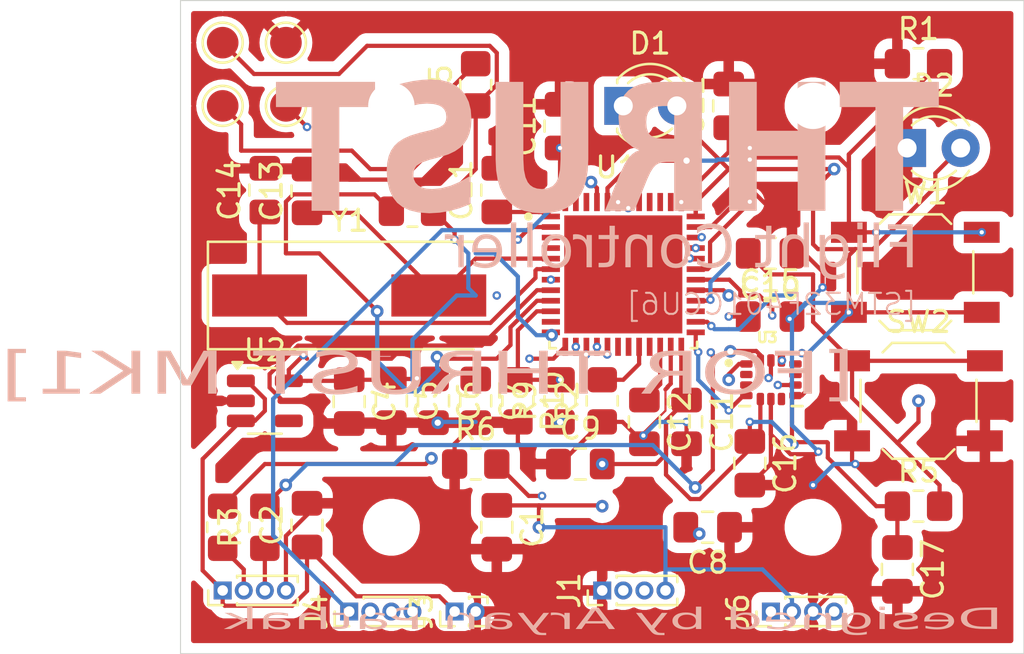
<source format=kicad_pcb>
(kicad_pcb (version 20240108) (generator "pcbnew") (generator_version "8.0")
  (layers (0 "F.Cu" signal) (1 "In1.Cu" signal) (2 "In2.Cu" signal) (31 "B.Cu" signal) (34 "B.Paste" user) (35 "F.Paste" user) (36 "B.SilkS" user "B.Silkscreen") (37 "F.SilkS" user "F.Silkscreen") (38 "B.Mask" user) (39 "F.Mask" user) (44 "Edge.Cuts" user))
  (net 0 "")
  (net 1 "GND")
  (net 2 "+5V")
  (net 3 "VREF+")
  (net 4 "NRST")
  (net 5 "VDD")
  (net 6 "VCAP1")
  (net 7 "Net-(U1-PH0-OSC_IN)")
  (net 8 "Net-(U1-PH1-OSC_OUT)")
  (net 9 "ADC")
  (net 10 "PC13")
  (net 11 "M4")
  (net 12 "SCL")
  (net 13 "BOOT0")
  (net 14 "PB2")
  (net 15 "D+")
  (net 16 "PA12")
  (net 17 "PA11")
  (net 18 "D-")
  (net 19 "Net-(U3-INT2{slash}FSYNC{slash}CLKIN)")
  (net 21 "PA2")
  (net 22 "PB13")
  (net 23 "PB15")
  (net 24 "PB14")
  (net 25 "PA1")
  (net 26 "SWCLK")
  (net 27 "SWDIO")
  (net 28 "M3")
  (net 29 "M2")
  (net 30 "M1")
  (net 31 "SDA")
  (net 35 "PA5")
  (net 36 "PA6")
  (net 37 "PA4")
  (net 40 "PA7")
  (net 42 "PA3")
  (net 48 "unconnected-(U1-PB12-Pad25)")
  (net 54 "SET")
  (footprint "Crystal:Crystal_SMD_HC49-SD" (layer "F.Cu") (at 106 95)
    (property "Reference" "Y1")
    (property "Value" "Crystal")
  )
  (footprint "Capacitor_SMD:C_0805_2012Metric_Pad1.18x1.45mm_HandSolder" (layer "F.Cu") (at 123 106 180)
    (property "Reference" "C8")
    (property "Value" "0.1 µF")
  )
  (footprint "Resistor_SMD:R_0805_2012Metric_Pad1.20x1.40mm_HandSolder" (layer "F.Cu") (at 118 100 90)
    (property "Reference" "R2")
    (property "Value" "10k")
  )
  (footprint "Capacitor_SMD:C_0805_2012Metric_Pad1.18x1.45mm_HandSolder" (layer "F.Cu") (at 122 101 -90)
    (property "Reference" "C11")
    (property "Value" "0.1 µF")
  )
  (footprint "Resistor_SMD:R_0805_2012Metric_Pad1.20x1.40mm_HandSolder" (layer "F.Cu") (at 133 105)
    (property "Reference" "R5")
    (property "Value" "10k")
  )
  (footprint "LED_THT:LED_D3.0mm" (layer "F.Cu") (at 119 86)
    (property "Reference" "D1")
    (property "Value" "LED")
  )
  (footprint "MountingHole:MountingHole_2.2mm_M2" (layer "F.Cu") (at 128 86)
    (property "Reference" "REF**" (hide yes))
    (property "Value" "MountingHole_2.2mm_M2" (hide yes))
  )
  (footprint "Capacitor_SMD:C_0805_2012Metric_Pad1.18x1.45mm_HandSolder" (layer "F.Cu") (at 104 90.0375 90)
    (property "Reference" "C13")
    (property "Value" "18pF")
  )
  (footprint "TestPoint:TestPoint_Pad_D1.5mm" (layer "F.Cu") (at 100 86)
    (property "Reference" "REF**" (hide yes))
    (property "Value" "TestPoint_Pad_D1.5mm" (hide yes))
  )
  (footprint "Capacitor_SMD:C_0805_2012Metric_Pad1.18x1.45mm_HandSolder" (layer "F.Cu") (at 125.9625 93 180)
    (property "Reference" "C10")
    (property "Value" "0.1 µF")
  )
  (footprint "TestPoint:TestPoint_Pad_D1.5mm" (layer "F.Cu") (at 100 83)
    (property "Reference" "REF**" (hide yes))
    (property "Value" "TestPoint_Pad_D1.5mm" (hide yes))
  )
  (footprint "Capacitor_SMD:C_0805_2012Metric_Pad1.18x1.45mm_HandSolder" (layer "F.Cu") (at 108 100 -90)
    (property "Reference" "C5")
    (property "Value" "1 µF")
  )
  (footprint "Resistor_SMD:R_0805_2012Metric_Pad1.20x1.40mm_HandSolder" (layer "F.Cu") (at 133 84)
    (property "Reference" "R1")
    (property "Value" "10k")
  )
  (footprint "Connector_PinHeader_1.00mm:PinHeader_1x04_P1.00mm_Vertical" (layer "F.Cu") (at 118 109 90)
    (property "Reference" "J1")
    (property "Value" "Conn_01x04_Pin" (hide yes))
  )
  (footprint "stabs:QFN50P700X700X60-49N" (layer "F.Cu") (at 119 94)
    (property "Reference" "U1")
    (property "Value" "STM32F401CCU6")
  )
  (footprint "MountingHole:MountingHole_2.2mm_M2" (layer "F.Cu") (at 108 86)
    (property "Reference" "REF**" (hide yes))
    (property "Value" "MountingHole_2.2mm_M2" (hide yes))
  )
  (footprint "Button_Switch_SMD:SW_SPST_TL3342" (layer "F.Cu") (at 132.85 93.9)
    (property "Reference" "SW1")
    (property "Value" "SW_Push")
  )
  (footprint "Resistor_SMD:R_0805_2012Metric_Pad1.20x1.40mm_HandSolder" (layer "F.Cu") (at 114 100 -90)
    (property "Reference" "R10")
    (property "Value" "10k")
  )
  (footprint "TestPoint:TestPoint_Pad_D1.5mm" (layer "F.Cu") (at 103 86)
    (property "Reference" "REF**" (hide yes))
    (property "Value" "TestPoint_Pad_D1.5mm" (hide yes))
  )
  (footprint "Connector_PinHeader_1.00mm:PinHeader_1x04_P1.00mm_Vertical" (layer "F.Cu") (at 106 110 90)
    (property "Reference" "J4")
    (property "Value" "ESC" (hide yes))
  )
  (footprint "stabs:PQFN50P300X250X97-14N" (layer "F.Cu") (at 126 99)
    (property "Reference" "U3")
    (property "Value" "ICM-42688-P" (hide yes))
  )
  (footprint "Button_Switch_SMD:SW_SPST_TL3342" (layer "F.Cu") (at 133 100)
    (property "Reference" "SW2")
    (property "Value" "SW_Push" (hide yes))
  )
  (footprint "Capacitor_SMD:C_0805_2012Metric_Pad1.18x1.45mm_HandSolder" (layer "F.Cu") (at 113 106 -90)
    (property "Reference" "C1")
    (property "Value" "10 µF")
  )
  (footprint "MountingHole:MountingHole_2.2mm_M2" (layer "F.Cu") (at 128 106)
    (property "Reference" "REF**" (hide yes))
    (property "Value" "MountingHole_2.2mm_M2" (hide yes))
  )
  (footprint "Connector_PinHeader_1.00mm:PinHeader_1x04_P1.00mm_Vertical" (layer "F.Cu") (at 126 110 90)
    (property "Reference" "J6")
    (property "Value" "Conn_01x04_Pin" (hide yes))
  )
  (footprint "Resistor_SMD:R_0805_2012Metric_Pad1.20x1.40mm_HandSolder" (layer "F.Cu") (at 116 100 90)
    (property "Reference" "R9")
    (property "Value" "10k")
  )
  (footprint "Resistor_SMD:R_0805_2012Metric_Pad1.20x1.40mm_HandSolder" (layer "F.Cu") (at 100 106 90)
    (property "Reference" "R4" (hide yes))
    (property "Value" "22")
  )
  (footprint "Capacitor_SMD:C_0805_2012Metric_Pad1.18x1.45mm_HandSolder" (layer "F.Cu") (at 132 108 -90)
    (property "Reference" "C17")
    (property "Value" "1 µF")
  )
  (footprint "Resistor_SMD:R_0805_2012Metric_Pad1.20x1.40mm_HandSolder" (layer "F.Cu") (at 109 91)
    (property "Reference" "L1" (hide yes))
    (property "Value" "L")
  )
  (footprint "Capacitor_SMD:C_0805_2012Metric_Pad1.18x1.45mm_HandSolder" (layer "F.Cu") (at 120 101 -90)
    (property "Reference" "C12")
    (property "Value" "2.2µF")
  )
  (footprint "Resistor_SMD:R_0805_2012Metric_Pad1.20x1.40mm_HandSolder" (layer "F.Cu") (at 112 85 90)
    (property "Reference" "R5")
    (property "Value" "10k")
  )
  (footprint "Resistor_SMD:R_0805_2012Metric_Pad1.20x1.40mm_HandSolder" (layer "F.Cu") (at 112 103)
    (property "Reference" "R6")
    (property "Value" "10k")
  )
  (footprint "Capacitor_SMD:C_0805_2012Metric_Pad1.18x1.45mm_HandSolder" (layer "F.Cu") (at 124 86 90)
    (property "Reference" "C11")
    (property "Value" "0.1 µF")
  )
  (footprint "Capacitor_SMD:C_0805_2012Metric_Pad1.18x1.45mm_HandSolder" (layer "F.Cu") (at 110 100 -90)
    (property "Reference" "C6")
    (property "Value" "10 µF")
  )
  (footprint "Capacitor_SMD:C_0805_2012Metric_Pad1.18x1.45mm_HandSolder" (layer "F.Cu") (at 116 86.9625 90)
    (property "Reference" "C11")
    (property "Value" "0.1 µF")
  )
  (footprint "Connector_PinHeader_1.00mm:PinHeader_1x02_P1.00mm_Vertical" (layer "F.Cu") (at 111 110 90)
    (property "Reference" "J3")
    (property "Value" "Conn_01x02_Pin" (hide yes))
  )
  (footprint "Capacitor_SMD:C_0805_2012Metric_Pad1.18x1.45mm_HandSolder" (layer "F.Cu") (at 113 90 90)
    (property "Reference" "C11")
    (property "Value" "0.1 µF")
  )
  (footprint "TestPoint:TestPoint_Pad_D1.5mm" (layer "F.Cu") (at 103 83)
    (property "Reference" "REF**" (hide yes))
    (property "Value" "TestPoint_Pad_D1.5mm" (hide yes))
  )
  (footprint "MountingHole:MountingHole_2.2mm_M2" (layer "F.Cu") (at 108 106)
    (property "Reference" "REF**" (hide yes))
    (property "Value" "MountingHole_2.2mm_M2" (hide yes))
  )
  (footprint "Package_TO_SOT_SMD:SOT-23-5" (layer "F.Cu") (at 102 100)
    (property "Reference" "U2")
    (property "Value" "AP2112K-3.3")
  )
  (footprint "Resistor_SMD:R_0805_2012Metric_Pad1.20x1.40mm_HandSolder" (layer "F.Cu") (at 102 106 90)
    (property "Reference" "R3")
    (property "Value" "22")
  )
  (footprint "Capacitor_SMD:C_0805_2012Metric_Pad1.18x1.45mm_HandSolder" (layer "F.Cu") (at 102 90 90)
    (property "Reference" "C14")
    (property "Value" "18pF")
  )
  (footprint "Capacitor_SMD:C_0805_2012Metric_Pad1.18x1.45mm_HandSolder" (layer "F.Cu") (at 106 100.0375 -90)
    (property "Reference" "C4")
    (property "Value" "0.1 µF")
  )
  (footprint "Capacitor_SMD:C_0805_2012Metric_Pad1.18x1.45mm_HandSolder" (layer "F.Cu") (at 116.9625 103)
    (property "Reference" "C9")
    (property "Value" "0.1 µF")
  )
  (footprint "LED_THT:LED_D3.0mm" (layer "F.Cu") (at 132.46 88)
    (property "Reference" "D2")
    (property "Value" "LED")
  )
  (footprint "Capacitor_SMD:C_0805_2012Metric_Pad1.18x1.45mm_HandSolder" (layer "F.Cu") (at 125 102.9625 -90)
    (property "Reference" "C16")
    (property "Value" "0.1 µF")
  )
  (footprint "Capacitor_SMD:C_0805_2012Metric_Pad1.18x1.45mm_HandSolder" (layer "F.Cu") (at 125.9625 96)
    (property "Reference" "C15")
    (property "Value" "0.1 µF")
  )
  (footprint "Capacitor_SMD:C_0805_2012Metric_Pad1.18x1.45mm_HandSolder" (layer "F.Cu") (at 112 100 -90)
    (property "Reference" "C7")
    (property "Value" "1 µF")
  )
  (footprint "Capacitor_SMD:C_0805_2012Metric_Pad1.18x1.45mm_HandSolder" (layer "F.Cu") (at 104 105.9 90)
    (property "Reference" "C2")
    (property "Value" "10uF")
  )
  (footprint "Connector_PinHeader_1.00mm:PinHeader_1x04_P1.00mm_Vertical" (layer "F.Cu") (at 100 109 90)
    (property "Reference" "J2" (hide yes))
    (property "Value" "Conn_01x04_Pin" (hide yes))
  )
  (gr_rect (start 98 81) (end 138 112) (stroke (width 0.05)) (fill none) (layer "Edge.Cuts"))
  (gr_text "[FOR THRUST MK1]" (at 130 100 0) (layer "B.SilkS") (effects (font (size 2 3) (thickness 0.1)) (justify left bottom mirror)))
  (gr_text "Designed by Aryan Pathak" (at 137 111 0) (layer "B.SilkS") (effects (font (size 1 2) (thickness 0.1)) (justify left bottom mirror)))
  (gr_text "Flight Controller" (at 133 94 0) (layer "B.SilkS") (effects (font (size 2 2) (thickness 0.1)) (justify left bottom mirror)))
  (gr_text "[STM32F401CCU6]" (at 133 96 0) (layer "B.SilkS") (effects (font (size 1 1) (thickness 0.1)) (justify left bottom mirror)))
  (gr_text "THRUST" (at 134 92 0) (layer "B.SilkS") (effects (font (size 6 5) (thickness 0.2) (bold yes)) (justify left bottom mirror)))
  (segment (start 106 89.5) (end 109.5 89.5) (width 0.2) (layer "F.Cu") (net 1))
  (segment (start 129.85 102.85) (end 130 103) (width 0.2) (layer "F.Cu") (net 1))
  (segment (start 121 99.457475) (end 121 100.467526) (width 0.1) (layer "F.Cu") (net 1))
  (segment (start 107 98) (end 106.381801 97.381801) (width 0.2) (layer "F.Cu") (net 1))
  (segment (start 121.25 97.435) (end 121.25 99.185966) (width 0.2) (layer "F.Cu") (net 1))
  (segment (start 117 89.305128) (end 117 86.925) (width 0.2) (layer "F.Cu") (net 1))
  (segment (start 108.625 97.375) (end 108 98) (width 0.2) (layer "F.Cu") (net 1))
  (segment (start 124.813603 90.100001) (end 125.186397 90.100001) (width 0.2) (layer "F.Cu") (net 1))
  (segment (start 127 93) (end 127.5875 93) (width 0.2) (layer "F.Cu") (net 1))
  (segment (start 121 100.467526) (end 120 101.467526) (width 0.1) (layer "F.Cu") (net 1))
  (segment (start 111 103) (end 111 102.0375) (width 0.2) (layer "F.Cu") (net 1))
  (segment (start 127.5875 93) (end 128.45 93.8625) (width 0.2) (layer "F.Cu") (net 1))
  (segment (start 125.186397 90.100001) (end 127 91.913604) (width 0.2) (layer "F.Cu") (net 1))
  (segment (start 102.225 98.730158) (end 102.225 99.369842) (width 0.2) (layer "F.Cu") (net 1))
  (segment (start 116.75 89.555128) (end 117 89.305128) (width 0.2) (layer "F.Cu") (net 1))
  (segment (start 123.9625 106) (end 123.9625 106.3625) (width 0.2) (layer "F.Cu") (net 1))
  (segment (start 121.25 99.185966) (end 121.1 99.335966) (width 0.2) (layer "F.Cu") (net 1))
  (segment (start 104 105.410966) (end 104 104.8625) (width 0.2) (layer "F.Cu") (net 1))
  (segment (start 106 101.075) (end 111.9625 101.075) (width 0.2) (layer "F.Cu") (net 1))
  (segment (start 102.225 99.369842) (end 102.855158 100) (width 0.2) (layer "F.Cu") (net 1))
  (segment (start 120 102.0375) (end 118.9625 101) (width 0.2) (layer "F.Cu") (net 1))
  (segment (start 115.565 94.75) (end 114.91005 94.75) (width 0.2) (layer "F.Cu") (net 1))
  (segment (start 114 102) (end 115 103) (width 0.2) (layer "F.Cu") (net 1))
  (segment (start 122 102.0375) (end 122 101) (width 0.2) (layer "F.Cu") (net 1))
  (segment (start 116 103) (end 115.925 103) (width 0.2) (layer "F.Cu") (net 1))
  (segment (start 123.9625 106.3625) (end 124 106.4) (width 0.2) (layer "F.Cu") (net 1))
  (segment (start 123.163604 91.75) (end 124.813603 90.100001) (width 0.2) (layer "F.Cu") (net 1))
  (segment (start 105.075 101.075) (end 106 101.075) (width 0.2) (layer "F.Cu") (net 1))
  (segment (start 117 86.925) (end 116 85.925) (width 0.2) (layer "F.Cu") (net 1))
  (segment (start 126 99.915) (end 126 101.598897) (width 0.2) (layer "F.Cu") (net 1))
  (segment (start 106.381801 97.381801) (end 103.573357 97.381801) (width 0.2) (layer "F.Cu") (net 1))
  (segment (start 128.45 93.8625) (end 128.45 94.616115) (width 0.2) (layer "F.Cu") (net 1))
  (segment (start 121.1 99.335966) (end 121.1 99.357475) (width 0.2) (layer "F.Cu") (net 1))
  (segment (start 118 101) (end 116 103) (width 0.2) (layer "F.Cu") (net 1))
  (segment (start 128.9625 109.0375) (end 132 109.0375) (width 0.2) (layer "F.Cu") (net 1))
  (segment (start 122.435 91.75) (end 123.163604 91.75) (width 0.2) (layer "F.Cu") (net 1))
  (segment (start 103 106.410966) (end 104 105.410966) (width 0.2) (layer "F.Cu") (net 1))
  (segment (start 120 101.467526) (end 120 102.0375) (width 0.1) (layer "F.Cu") (net 1))
  (segment (start 111.9625 101.075) (end 112 101.0375) (width 0.2) (layer "F.Cu") (net 1))
  (segment (start 102.855158 100) (end 104 100) (width 0.2) (layer "F.Cu") (net 1))
  (segment (start 116.75 90.565) (end 116.635 90.45) (width 0.2) (layer "F.Cu") (net 1))
  (segment (start 103 109) (end 103 106.410966) (width 0.2) (layer "F.Cu") (net 1))
  (segment (start 128.130208 102.532292) (end 128.25 102.4125) (width 0.2) (layer "F.Cu") (net 1))
  (segment (start 128 104) (end 127 104) (width 0.2) (layer "F.Cu") (net 1))
  (segment (start 126 101.598897) (end 126.933395 102.532292) (width 0.2) (layer "F.Cu") (net 1))
  (segment (start 121.1 99.357475) (end 121 99.457475) (width 0.2) (layer "F.Cu") (net 1))
  (segment (start 127 91.913604) (end 127 93) (width 0.2) (layer "F.Cu") (net 1))
  (segment (start 114 101) (end 114 102) (width 0.2) (layer "F.Cu") (net 1))
  (segment (start 111 102.0375) (end 112 101.0375) (width 0.2) (layer "F.Cu") (net 1))
  (segment (start 118.9625 101) (end 118 101) (width 0.2) (layer "F.Cu") (net 1))
  (segment (start 116.75 90.565) (end 116.75 89.555128) (width 0.2) (layer "F.Cu") (net 1))
  (segment (start 126 103) (end 125 104) (width 0.2) (layer "F.Cu") (net 1))
  (segment (start 126 99.915) (end 126 103) (width 0.2) (layer "F.Cu") (net 1))
  (segment (start 112.28505 97.375) (end 108.625 97.375) (width 0.2) (layer "F.Cu") (net 1))
  (segment (start 116.75 90.565) (end 116.75 90.75) (width 0.2) (layer "F.Cu") (net 1))
  (segment (start 103.573357 97.381801) (end 102.225 98.730158) (width 0.2) (layer "F.Cu") (net 1))
  (segment (start 128 110) (end 128.9625 109.0375) (width 0.2) (layer "F.Cu") (net 1))
  (segment (start 114.91005 94.75) (end 112.28505 97.375) (width 0.2) (layer "F.Cu") (net 1))
  (segment (start 104 100) (end 105.075 101.075) (width 0.2) (layer "F.Cu") (net 1))
  (segment (start 129.85 101.9) (end 129.85 102.85) (width 0.2) (layer "F.Cu") (net 1))
  (segment (start 108 98) (end 107 98) (width 0.2) (layer "F.Cu") (net 1))
  (segment (start 126.933395 102.532292) (end 128.130208 102.532292) (width 0.2) (layer "F.Cu") (net 1))
  (segment (start 115 103) (end 115.925 103) (width 0.2) (layer "F.Cu") (net 1))
  (via (at 128.45 94.616115) (size 0.4) (drill 0.2) (layers "F.Cu" "B.Cu") (net 1))
  (via (at 119.952713 101.650001) (size 0.4) (drill 0.2) (layers "F.Cu" "B.Cu") (net 1))
  (via (at 110.2 101.0375) (size 0.6) (drill 0.3) (layers "F.Cu" "B.Cu") (net 1))
  (via (at 130 103) (size 0.4) (drill 0.2) (layers "F.Cu" "B.Cu") (net 1))
  (via (at 122 101) (size 0.4) (drill 0.2) (layers "F.Cu" "B.Cu") (net 1))
  (via (at 128 104) (size 0.4) (drill 0.2) (layers "F.Cu" "B.Cu") (net 1))
  (via (at 126.888909 96.111092) (size 0.4) (drill 0.2) (layers "F.Cu" "B.Cu") (net 1))
  (via (at 128.25 102.4125) (size 0.4) (drill 0.2) (layers "F.Cu" "B.Cu") (net 1))
  (segment (start 127 101.1625) (end 127 96.222183) (width 0.2) (layer "B.Cu") (net 1))
  (segment (start 127 96.222183) (end 126.888909 96.111092) (width 0.2) (layer "B.Cu") (net 1))
  (segment (start 122 101) (end 120.602714 101) (width 0.2) (layer "B.Cu") (net 1))
  (segment (start 128.25 102.4125) (end 127 101.1625) (width 0.2) (layer "B.Cu") (net 1))
  (segment (start 128.45 94.616115) (end 126.955023 96.111092) (width 0.2) (layer "B.Cu") (net 1))
  (segment (start 126.955023 96.111092) (end 126.888909 96.111092) (width 0.2) (layer "B.Cu") (net 1))
  (segment (start 126.888909 96.111092) (end 127.650001 95.35) (width 0.2) (layer "B.Cu") (net 1))
  (segment (start 129 103) (end 128 104) (width 0.2) (layer "B.Cu") (net 1))
  (segment (start 120.602714 101) (end 119.952713 101.650001) (width 0.2) (layer "B.Cu") (net 1))
  (segment (start 110.237499 101.000001) (end 110.2 101.0375) (width 0.2) (layer "B.Cu") (net 1))
  (segment (start 112 101.000001) (end 110.237499 101.000001) (width 0.2) (layer "B.Cu") (net 1))
  (segment (start 130 103) (end 129 103) (width 0.2) (layer "B.Cu") (net 1))
  (segment (start 127.650001 95.35) (end 129.749998 95.35) (width 0.2) (layer "B.Cu") (net 1))
  (segment (start 101.524999 100.95) (end 100.8625 100.95) (width 0.2) (layer "F.Cu") (net 2))
  (segment (start 103.300305 109.725) (end 100.1 109.725) (width 0.2) (layer "F.Cu") (net 2))
  (segment (start 102 100.474999) (end 101.524999 100.95) (width 0.2) (layer "F.Cu") (net 2))
  (segment (start 104 106.9375) (end 104 109.025305) (width 0.2) (layer "F.Cu") (net 2))
  (segment (start 99.05 102.7625) (end 99.05 108.05) (width 0.2) (layer "F.Cu") (net 2))
  (segment (start 104 109.025305) (end 103.300305 109.725) (width 0.2) (layer "F.Cu") (net 2))
  (segment (start 100.1 109.725) (end 100 109.625) (width 0.2) (layer "F.Cu") (net 2))
  (segment (start 100.8625 99.05) (end 101.144842 99.05) (width 0.2) (layer "F.Cu") (net 2))
  (segment (start 100.8625 100.95) (end 99.05 102.7625) (width 0.2) (layer "F.Cu") (net 2))
  (segment (start 110.275 109.275) (end 111 110) (width 0.2) (layer "F.Cu") (net 2))
  (segment (start 101.144842 99.05) (end 102 99.905158) (width 0.2) (layer "F.Cu") (net 2))
  (segment (start 99.05 108.05) (end 100 109) (width 0.2) (layer "F.Cu") (net 2))
  (segment (start 102 99.905158) (end 102 100.474999) (width 0.2) (layer "F.Cu") (net 2))
  (segment (start 122.6 106.307108) (end 122.269608 106.307108) (width 0.2) (layer "F.Cu") (net 2))
  (segment (start 104 106.9375) (end 106.3375 109.275) (width 0.2) (layer "F.Cu") (net 2))
  (segment (start 122.269608 106.307108) (end 121.9625 106) (width 0.2) (layer "F.Cu") (net 2))
  (segment (start 106.3375 109.275) (end 110.275 109.275) (width 0.2) (layer "F.Cu") (net 2))
  (segment (start 100 109.625) (end 100 109) (width 0.2) (layer "F.Cu") (net 2))
  (via (at 122.6 106.307108) (size 0.6) (drill 0.3) (layers "F.Cu" "B.Cu") (net 2))
  (via (at 116 101) (size 0.6) (drill 0.3) (layers "F.Cu" "B.Cu") (net 2))
  (segment (start 104.577816 93) (end 107.327817 95.750001) (width 0.2) (layer "F.Cu") (net 3))
  (segment (start 114.905025 95.25) (end 115.565 95.25) (width 0.2) (layer "F.Cu") (net 3))
  (segment (start 113.65 97.35) (end 113.65 96.505025) (width 0.2) (layer "F.Cu") (net 3))
  (segment (start 113 98) (end 113.65 97.35) (width 0.2) (layer "F.Cu") (net 3))
  (segment (start 112 98.9625) (end 112 98) (width 0.2) (layer "F.Cu") (net 3))
  (segment (start 112 98) (end 110.24387 98) (width 0.2) (layer "F.Cu") (net 3))
  (segment (start 107.2 90.2) (end 103.348466 90.2) (width 0.2) (layer "F.Cu") (net 3))
  (segment (start 103 93) (end 104.577816 93) (width 0.2) (layer "F.Cu") (net 3))
  (segment (start 103.348466 90.2) (end 103 90.548466) (width 0.2) (layer "F.Cu") (net 3))
  (segment (start 112 98) (end 113 98) (width 0.2) (layer "F.Cu") (net 3))
  (segment (start 113.65 96.505025) (end 114.905025 95.25) (width 0.2) (layer "F.Cu") (net 3))
  (segment (start 110.24387 98) (end 110.16887 97.925) (width 0.2) (layer "F.Cu") (net 3))
  (segment (start 108 91) (end 107.2 90.2) (width 0.2) (layer "F.Cu") (net 3))
  (segment (start 103 90.548466) (end 103 93) (width 0.2) (layer "F.Cu") (net 3))
  (via (at 107.327817 95.750001) (size 0.6) (drill 0.3) (layers "F.Cu" "B.Cu") (net 3))
  (via (at 110.16887 97.925) (size 0.6) (drill 0.3) (layers "F.Cu" "B.Cu") (net 3))
  (segment (start 108.772182 99.55) (end 109.227818 99.55) (width 0.2) (layer "B.Cu") (net 3))
  (segment (start 109.227818 99.55) (end 110.249999 98.527819) (width 0.2) (layer "B.Cu") (net 3))
  (segment (start 110.16887 98.44669) (end 110.249999 98.527819) (width 0.2) (layer "B.Cu") (net 3))
  (segment (start 107.327817 98.105635) (end 108.772182 99.55) (width 0.2) (layer "B.Cu") (net 3))
  (segment (start 110.16887 97.925) (end 110.16887 98.44669) (width 0.2) (layer "B.Cu") (net 3))
  (segment (start 107.327817 95.750001) (end 107.327817 98.105635) (width 0.2) (layer "B.Cu") (net 3))
  (segment (start 132 102) (end 129.85 99.85) (width 0.2) (layer "F.Cu") (net 4))
  (segment (start 132 102) (end 133 101) (width 0.2) (layer "F.Cu") (net 4))
  (segment (start 128 94) (end 128 96.25) (width 0.2) (layer "F.Cu") (net 4))
  (segment (start 134 104) (end 132 102) (width 0.2) (layer "F.Cu") (net 4))
  (segment (start 124.925 93) (end 125.925 94) (width 0.2) (layer "F.Cu") (net 4))
  (segment (start 128 96.25) (end 129.85 98.1) (width 0.2) (layer "F.Cu") (net 4))
  (segment (start 125.925 94) (end 128 94) (width 0.2) (layer "F.Cu") (net 4))
  (segment (start 134 105) (end 134 104) (width 0.2) (layer "F.Cu") (net 4))
  (segment (start 129.85 99.85) (end 129.85 98.1) (width 0.2) (layer "F.Cu") (net 4))
  (segment (start 136.15 98.1) (end 129.85 98.1) (width 0.2) (layer "F.Cu") (net 4))
  (segment (start 133 101) (end 133 100) (width 0.2) (layer "F.Cu") (net 4))
  (via (at 133 100) (size 0.6) (drill 0.3) (layers "F.Cu" "B.Cu") (net 4))
  (via (at 115.565 94.25) (size 0.4) (drill 0.2) (layers "F.Cu" "B.Cu") (net 4))
  (segment (start 104 99.05) (end 105.95 99.05) (width 0.2) (layer "F.Cu") (net 5))
  (segment (start 129.000002 89) (end 128 90.000002) (width 0.2) (layer "F.Cu") (net 5))
  (segment (start 115 106) (end 115 104.9625) (width 0.2) (layer "F.Cu") (net 5))
  (segment (start 124.0375 87.0375) (end 125 88) (width 0.2) (layer "F.Cu") (net 5))
  (segment (start 130 92.8) (end 130.85 92.8) (width 0.2) (layer "F.Cu") (net 5))
  (segment (start 122.54 87) (end 121.54 86) (width 0.2) (layer "F.Cu") (net 5))
  (segment (start 128.7 102.7) (end 128.7 102) (width 0.2) (layer "F.Cu") (net 5))
  (segment (start 105.514034 84.485966) (end 106.85 83.15) (width 0.2) (layer "F.Cu") (net 5))
  (segment (start 133.8 89.85) (end 133.8 89.2) (width 0.2) (layer "F.Cu") (net 5))
  (segment (start 128.6625 101.9625) (end 127 101.9625) (width 0.2) (layer "F.Cu") (net 5))
  (segment (start 125 101.9625) (end 125.5 101.4625) (width 0.2) (layer "F.Cu") (net 5))
  (segment (start 116 90.0375) (end 116 90) (width 0.2) (layer "F.Cu") (net 5))
  (segment (start 110 98.9625) (end 109.245344 98.9625) (width 0.2) (layer "F.Cu") (net 5))
  (segment (start 103.1375 99.05) (end 104 99.05) (width 0.2) (layer "F.Cu") (net 5))
  (segment (start 127.165 99.75) (end 127.459999 99.75) (width 0.2) (layer "F.Cu") (net 5))
  (segment (start 130.85 92.8) (end 133.8 89.85) (width 0.2) (layer "F.Cu") (net 5))
  (segment (start 113 104.9625) (end 115 104.9625) (width 0.2) (layer "F.Cu") (net 5))
  (segment (start 127.710001 99.499998) (end 127.710001 97.973487) (width 0.2) (layer "F.Cu") (net 5))
  (segment (start 129.7 93.1) (end 130 92.8) (width 0.2) (layer "F.Cu") (net 5))
  (segment (start 122.637562 104.6625) (end 125 102.300062) (width 0.2) (layer "F.Cu") (net 5))
  (segment (start 122.54 87.54) (end 122.54 87) (width 0.2) (layer "F.Cu") (net 5))
  (segment (start 115 91.0375) (end 116 90.0375) (width 0.2) (layer "F.Cu") (net 5))
  (segment (start 112 86) (end 112 89) (width 0.2) (layer "F.Cu") (net 5))
  (segment (start 132 105) (end 131 105) (width 0.2) (layer "F.Cu") (net 5))
  (segment (start 131 105) (end 128.7 102.7) (width 0.2) (layer "F.Cu") (net 5))
  (segment (start 121.025 102.539034) (end 120.564034 103) (width 0.2) (layer "F.Cu") (net 5))
  (segment (start 122 99.9625) (end 121.025 100.9375) (width 0.2) (layer "F.Cu") (net 5))
  (segment (start 103.1375 98.526102) (end 103.831801 97.831801) (width 0.2) (layer "F.Cu") (net 5))
  (segment (start 108 98.9625) (end 109.17892 98.9625) (width 0.2) (layer "F.Cu") (net 5))
  (segment (start 115 91.0375) (end 115.3525 91.0375) (width 0.2) (layer "F.Cu") (net 5))
  (segment (start 109.17892 98.9625) (end 109.212132 98.929288) (width 0.2) (layer "F.Cu") (net 5))
  (segment (start 109.245344 98.9625) (end 109.212132 98.929288) (width 0.2) (layer "F.Cu") (net 5))
  (segment (start 121.75 99.7125) (end 122 99.9625) (width 0.2) (layer "F.Cu") (net 5))
  (segment (start 107.9625 99) (end 108 98.9625) (width 0.2) (layer "F.Cu") (net 5))
  (segment (start 100 83) (end 101.485966 84.485966) (width 0.2) (layer "F.Cu") (net 5))
  (segment (start 116 88) (end 116 90) (width 0.2) (layer "F.Cu") (net 5))
  (segment (start 125 101.925) (end 125 101) (width 0.2) (layer "F.Cu") (net 5))
  (segment (start 133.8 89.2) (end 135 88) (width 0.2) (layer "F.Cu") (net 5))
  (segment (start 111 92.350001) (end 111 92) (width 0.2) (layer "F.Cu") (net 5))
  (segment (start 121.025 100.9375) (end 121.025 102.539034) (width 0.2) (layer "F.Cu") (net 5))
  (segment (start 122.435 90.565) (end 124 89) (width 0.2) (layer "F.Cu") (net 5))
  (segment (start 103.1375 99.05) (end 103.1375 98.526102) (width 0.2) (layer "F.Cu") (net 5))
  (segment (start 127.459999 99.75) (end 127.710001 99.499998) (width 0.2) (layer "F.Cu") (net 5))
  (segment (start 127 101) (end 127 99.915) (width 0.2) (layer "F.Cu") (net 5))
  (segment (start 128 90.000002) (end 128 92.565685) (width 0.2) (layer "F.Cu") (net 5))
  (segment (start 128.234315 92.8) (end 130 92.8) (width 0.2) (layer "F.Cu") (net 5))
  (segment (start 121.025 103.505574) (end 122.181926 104.6625) (width 0.2) (layer "F.Cu") (net 5))
  (segment (start 112.664034 83.15) (end 113 83.485966) (width 0.2) (layer "F.Cu") (net 5))
  (segment (start 121.75 97.435) (end 121.75 99.7125) (width 0.2) (layer "F.Cu") (net 5))
  (segment (start 136 95.8) (end 129.7 95.8) (width 0.2) (layer "F.Cu") (net 5))
  (segment (start 122.54 87.54) (end 124 89) (width 0.2) (layer "F.Cu") (net 5))
  (segment (start 124 88.186397) (end 122.435 89.751397) (width 0.2) (layer "F.Cu") (net 5))
  (segment (start 124 87.0375) (end 124 88.186397) (width 0.2) (layer "F.Cu") (net 5))
  (segment (start 127 101) (end 127 101.9625) (width 0.2) (layer "F.Cu") (net 5))
  (segment (start 101.485966 84.485966) (end 105.514034 84.485966) (width 0.2) (layer "F.Cu") (net 5))
  (segment (start 121.025 100.9375) (end 121.025 103.505574) (width 0.2) (layer "F.Cu") (net 5))
  (segment (start 113 91.0375) (end 115 91.0375) (width 0.2) (layer "F.Cu") (net 5))
  (segment (start 116 90) (end 116 90.315) (width 0.2) (layer "F.Cu") (net 5))
  (segment (start 106.85 83.15) (end 112.664034 83.15) (width 0.2) (layer "F.Cu") (net 5))
  (segment (start 124 87.0375) (end 124.0375 87.0375) (width 0.2) (layer "F.Cu") (net 5))
  (segment (start 122.435 89.751397) (end 122.435 91.25) (width 0.2) (layer "F.Cu") (net 5))
  (segment (start 128.7 102) (end 128.6625 101.9625) (width 0.2) (layer "F.Cu") (net 5))
  (segment (start 125 102.300062) (end 125 101.925) (width 0.2) (layer "F.Cu") (net 5))
  (segment (start 122.435 90.565) (end 122.435 91.25) (width 0.2) (layer "F.Cu") (net 5))
  (segment (start 125.5 99.915) (end 125.5 101.4625) (width 0.2) (layer "F.Cu") (net 5))
  (segment (start 104 98) (end 103.831801 97.831801) (width 0.2) (layer "F.Cu") (net 5))
  (segment (start 129.7 95.8) (end 129.7 93.1) (width 0.2) (layer "F.Cu") (net 5))
  (segment (start 105.95 99.05) (end 106 99) (width 0.2) (layer "F.Cu") (net 5))
  (segment (start 132 106.9625) (end 132 105) (width 0.2) (layer "F.Cu") (net 5))
  (segment (start 117.9625 104.9625) (end 115 104.9625) (width 0.2) (layer "F.Cu") (net 5))
  (segment (start 128 92.565685) (end 128.234315 92.8) (width 0.2) (layer "F.Cu") (net 5))
  (segment (start 124 89) (end 129.000002 89) (width 0.2) (layer "F.Cu") (net 5))
  (segment (start 113 83.485966) (end 113 85) (width 0.2) (layer "F.Cu") (net 5))
  (segment (start 127.710001 97.973487) (end 127.472917 97.736403) (width 0.2) (layer "F.Cu") (net 5))
  (segment (start 113 85) (end 112 86) (width 0.2) (layer "F.Cu") (net 5))
  (segment (start 127 101.9625) (end 127.119792 102.082292) (width 0.2) (layer "F.Cu") (net 5))
  (segment (start 115.3525 91.0375) (end 115.565 91.25) (width 0.2) (layer "F.Cu") (net 5))
  (segment (start 120.564034 103) (end 118 103) (width 0.2) (layer "F.Cu") (net 5))
  (segment (start 118 105) (end 117.9625 104.9625) (width 0.2) (layer "F.Cu") (net 5))
  (segment (start 127 99.915) (end 127.165 99.75) (width 0.2) (layer "F.Cu") (net 5))
  (segment (start 106 99) (end 107.9625 99) (width 0.2) (layer "F.Cu") (net 5))
  (segment (start 116.25 90.565) (end 116 90.315) (width 0.2) (layer "F.Cu") (net 5))
  (segment (start 111 92) (end 110 91) (width 0.2) (layer "F.Cu") (net 5))
  (segment (start 122.181926 104.6625) (end 122.637562 104.6625) (width 0.2) (layer "F.Cu") (net 5))
  (segment (start 112 89) (end 110 91) (width 0.2) (layer "F.Cu") (net 5))
  (via (at 125 101) (size 0.4) (drill 0.2) (layers "F.Cu" "B.Cu") (net 5))
  (via (at 129.000002 89) (size 0.6) (drill 0.3) (layers "F.Cu" "B.Cu") (net 5))
  (via (at 118 103) (size 0.6) (drill 0.3) (layers "F.Cu" "B.Cu") (net 5))
  (via (at 125 88) (size 0.4) (drill 0.2) (layers "F.Cu" "B.Cu") (net 5))
  (via (at 118 105) (size 0.6) (drill 0.3) (layers "F.Cu" "B.Cu") (net 5))
  (via (at 109.212132 98.929288) (size 0.4) (drill 0.2) (layers "F.Cu" "B.Cu") (net 5))
  (via (at 111 92.350001) (size 0.4) (drill 0.2) (layers "F.Cu" "B.Cu") (net 5))
  (via (at 115 106) (size 0.6) (drill 0.3) (layers "F.Cu" "B.Cu") (net 5))
  (via (at 129.7 95.8) (size 0.4) (drill 0.2) (layers "F.Cu" "B.Cu") (net 5))
  (via (at 127.119792 102.082292) (size 0.4) (drill 0.2) (layers "F.Cu" "B.Cu") (net 5))
  (via (at 127.472917 97.736403) (size 0.4) (drill 0.2) (layers "F.Cu" "B.Cu") (net 5))
  (via (at 103.831801 97.831801) (size 0.4) (drill 0.2) (layers "F.Cu" "B.Cu") (net 5))
  (via (at 116 88) (size 0.4) (drill 0.2) (layers "F.Cu" "B.Cu") (net 5))
  (segment (start 127.472917 97.736403) (end 127.763597 97.736403) (width 0.2) (layer "B.Cu") (net 5))
  (segment (start 112 95.000002) (end 111.649999 94.650001) (width 0.2) (layer "B.Cu") (net 5))
  (segment (start 125.60104 108) (end 127 109.39896) (width 0.2) (layer "B.Cu") (net 5))
  (segment (start 125 101) (end 126.0375 101) (width 0.2) (layer "B.Cu") (net 5))
  (segment (start 121 108) (end 125.60104 108) (width 0.2) (layer "B.Cu") (net 5))
  (segment (start 112 95.000002) (end 111.1 95.000002) (width 0.2) (layer "B.Cu") (net 5))
  (segment (start 109.14142 99) (end 109.212132 98.929288) (width 0.2) (layer "B.Cu") (net 5))
  (segment (start 127.763597 97.736403) (end 129.7 95.8) (width 0.2) (layer "B.Cu") (net 5))
  (segment (start 109 97.100002) (end 109 99) (width 0.2) (layer "B.Cu") (net 5))
  (segment (start 111.1 95.000002) (end 109 97.100002) (width 0.2) (layer "B.Cu") (net 5))
  (segment (start 118.0375 106) (end 121 106) (width 0.2) (layer "B.Cu") (net 5))
  (segment (start 109 99) (end 109.14142 99) (width 0.2) (layer "B.Cu") (net 5))
  (segment (start 121 108) (end 121 109) (width 0.2) (layer "B.Cu") (net 5))
  (segment (start 126.0375 101) (end 127.119792 102.082292) (width 0.2) (layer "B.Cu") (net 5))
  (segment (start 121 106) (end 121 108) (width 0.2) (layer "B.Cu") (net 5))
  (segment (start 111.649999 93) (end 111 92.350001) (width 0.2) (layer "B.Cu") (net 5))
  (segment (start 118.0375 106) (end 115 106) (width 0.2) (layer "B.Cu") (net 5))
  (segment (start 127 109.39896) (end 127 110) (width 0.2) (layer "B.Cu") (net 5))
  (segment (start 111.649999 94.650001) (end 111.649999 93) (width 0.2) (layer "B.Cu") (net 5))
  (segment (start 120.75 97.435) (end 120.75 99.2125) (width 0.2) (layer "F.Cu") (net 6))
  (segment (start 120.75 99.2125) (end 120 99.9625) (width 0.2) (layer "F.Cu") (net 6))
  (segment (start 112 93.25) (end 115.565 93.25) (width 0.2) (layer "F.Cu") (net 7))
  (segment (start 106.325 91.075) (end 110.25 95) (width 0.2) (layer "F.Cu") (net 7))
  (segment (start 110.25 95) (end 112 93.25) (width 0.2) (layer "F.Cu") (net 7))
  (segment (start 104 91.075) (end 106.325 91.075) (width 0.2) (layer "F.Cu") (net 7))
  (segment (start 103.05 96.3) (end 112.7 96.3) (width 0.2) (layer "F.Cu") (net 8))
  (segment (start 114.9 93.75) (end 115.565 93.75) (width 0.2) (layer "F.Cu") (net 8))
  (segment (start 112.7 96.3) (end 114.835 94.165) (width 0.2) (layer "F.Cu") (net 8))
  (segment (start 101.75 95) (end 103.05 96.3) (width 0.2) (layer "F.Cu") (net 8))
  (segment (start 114.835 93.815) (end 114.9 93.75) (width 0.2) (layer "F.Cu") (net 8))
  (segment (start 101.75 95) (end 101.75 91.2875) (width 0.2) (layer "F.Cu") (net 8))
  (segment (start 101.75 91.2875) (end 102 91.0375) (width 0.2) (layer "F.Cu") (net 8))
  (segment (start 114.835 94.165) (end 114.835 93.815) (width 0.2) (layer "F.Cu") (net 8))
  (segment (start 124.925 96) (end 124 96) (width 0.2) (layer "F.Cu") (net 9))
  (segment (start 114 96.65) (end 114.9 95.75) (width 0.2) (layer "F.Cu") (net 9))
  (segment (start 114 96.65) (end 114 99) (width 0.2) (layer "F.Cu") (net 9))
  (segment (start 114.9 95.75) (end 115.565 95.75) (width 0.2) (layer "F.Cu") (net 9))
  (segment (start 116 99) (end 114 99) (width 0.2) (layer "F.Cu") (net 9))
  (via (at 124 96) (size 0.4) (drill 0.2) (layers "F.Cu" "B.Cu") (net 9))
  (via (at 116 99) (size 0.4) (drill 0.2) (layers "F.Cu" "B.Cu") (net 9))
  (segment (start 114 92.350001) (end 114.600001 91.75) (width 0.2) (layer "F.Cu") (net 10))
  (segment (start 114.600001 91.75) (end 115.565 91.75) (width 0.2) (layer "F.Cu") (net 10))
  (via (at 114 92.350001) (size 0.4) (drill 0.2) (layers "F.Cu" "B.Cu") (net 10))
  (segment (start 117.466473 89.616473) (end 117.75 89.9) (width 0.2) (layer "F.Cu") (net 11))
  (segment (start 117.75 89.9) (end 117.75 90.565) (width 0.2) (layer "F.Cu") (net 11))
  (via (at 117.466473 89.616473) (size 0.6) (drill 0.3) (layers "F.Cu" "B.Cu") (net 11))
  (segment (start 102.391206 99.908794) (end 102.391206 106.391206) (width 0.2) (layer "B.Cu") (net 11))
  (segment (start 110.399999 91.900001) (end 102.391206 99.908794) (width 0.2) (layer "B.Cu") (net 11))
  (segment (start 114.566472 91.900001) (end 110.399999 91.900001) (width 0.2) (layer "B.Cu") (net 11))
  (segment (start 102.391206 106.391206) (end 106 110) (width 0.2) (layer "B.Cu") (net 11))
  (segment (start 116.85 89.616473) (end 114.566472 91.900001) (width 0.2) (layer "B.Cu") (net 11))
  (segment (start 117.466473 89.616473) (end 116.85 89.616473) (width 0.2) (layer "B.Cu") (net 11))
  (via (at 119.235002 90.849998) (size 0.4) (drill 0.2) (layers "F.Cu" "B.Cu") (net 12))
  (segment (start 129.7 92) (end 131 92) (width 0.2) (layer "F.Cu") (net 13))
  (segment (start 129.7 88.3) (end 129.7 89.07782) (width 0.2) (layer "F.Cu") (net 13))
  (segment (start 129.7 92) (end 129.7 88.3) (width 0.2) (layer "F.Cu") (net 13))
  (segment (start 129.7 89.07782) (end 129.7 88.92218) (width 0.2) (layer "F.Cu") (net 13))
  (segment (start 129.22782 88.45) (end 125.1 88.45) (width 0.2) (layer "F.Cu") (net 13))
  (segment (start 129.7 88.92218) (end 129.22782 88.45) (width 0.2) (layer "F.Cu") (net 13))
  (segment (start 134 84) (end 129.7 88.3) (width 0.2) (layer "F.Cu") (net 13))
  (segment (start 119.55 88.6) (end 122 88.6) (width 0.2) (layer "F.Cu") (net 13))
  (segment (start 118.25 90.565) (end 118.25 89.9) (width 0.2) (layer "F.Cu") (net 13))
  (segment (start 125.1 88.45) (end 125 88.55) (width 0.2) (layer "F.Cu") (net 13))
  (segment (start 118.25 89.9) (end 119.55 88.6) (width 0.2) (layer "F.Cu") (net 13))
  (via (at 136 92) (size 0.4) (drill 0.2) (layers "F.Cu" "B.Cu") (net 13))
  (via (at 122 88.6) (size 0.6) (drill 0.3) (layers "F.Cu" "B.Cu") (net 13))
  (via (at 131 92) (size 0.4) (drill 0.2) (layers "F.Cu" "B.Cu") (net 13))
  (via (at 125 88.55) (size 0.4) (drill 0.2) (layers "F.Cu" "B.Cu") (net 13))
  (segment (start 131 92) (end 136 92) (width 0.2) (layer "B.Cu") (net 13))
  (segment (start 123.45 88.55) (end 123.4 88.6) (width 0.2) (layer "B.Cu") (net 13))
  (segment (start 122 88.6) (end 123.4 88.6) (width 0.2) (layer "B.Cu") (net 13))
  (segment (start 125 88.55) (end 123.45 88.55) (width 0.2) (layer "B.Cu") (net 13))
  (segment (start 118 99) (end 119 99) (width 0.2) (layer "F.Cu") (net 14))
  (segment (start 119 99) (end 119.75 98.25) (width 0.2) (layer "F.Cu") (net 14))
  (segment (start 119.75 98.25) (end 119.75 97.435) (width 0.2) (layer "F.Cu") (net 14))
  (segment (start 102 109) (end 102 107) (width 0.2) (layer "F.Cu") (net 15))
  (segment (start 102 104.982412) (end 102.991206 103.991206) (width 0.2) (layer "F.Cu") (net 16))
  (segment (start 102 105) (end 102 104.982412) (width 0.2) (layer "F.Cu") (net 16))
  (segment (start 123.148669 97.700221) (end 123.245623 97.797175) (width 0.2) (layer "F.Cu") (net 16))
  (segment (start 123.245623 97.797175) (end 123.245623 103.276621) (width 0.2) (layer "F.Cu") (net 16))
  (segment (start 123.245623 103.276621) (end 122.409744 104.1125) (width 0.2) (layer "F.Cu") (net 16))
  (via (at 102.991206 103.991206) (size 0.6) (drill 0.3) (layers "F.Cu" "B.Cu") (net 16))
  (via (at 123.148669 97.700221) (size 0.4) (drill 0.2) (layers "F.Cu" "B.Cu") (net 16))
  (via (at 122.435 92.75) (size 0.4) (drill 0.2) (layers "F.Cu" "B.Cu") (net 16))
  (via (at 122.409744 104.1125) (size 0.6) (drill 0.3) (layers "F.Cu" "B.Cu") (net 16))
  (segment (start 104 103) (end 108.151471 103) (width 0.2) (layer "B.Cu") (net 16))
  (segment (start 108.151471 103) (end 109.05147 102.100001) (width 0.2) (layer "B.Cu") (net 16))
  (segment (start 102.8875 104.1125) (end 104 103) (width 0.2) (layer "B.Cu") (net 16))
  (segment (start 120.397245 102.100001) (end 122.409744 104.1125) (width 0.2) (layer "B.Cu") (net 16))
  (segment (start 109.05147 102.100001) (end 120.397245 102.100001) (width 0.2) (layer "B.Cu") (net 16))
  (segment (start 122.435 93.25) (end 122.164998 93.25) (width 0.2) (layer "F.Cu") (net 17))
  (segment (start 109.625425 103) (end 102 103) (width 0.2) (layer "F.Cu") (net 17))
  (segment (start 102 103) (end 100 105) (width 0.2) (layer "F.Cu") (net 17))
  (segment (start 122.164998 93.25) (end 122.15 93.235002) (width 0.2) (layer "F.Cu") (net 17))
  (segment (start 109.9 102.725425) (end 109.625425 103) (width 0.2) (layer "F.Cu") (net 17))
  (via (at 109.9 102.725425) (size 0.6) (drill 0.3) (layers "F.Cu" "B.Cu") (net 17))
  (via (at 122.15 93.235002) (size 0.4) (drill 0.2) (layers "F.Cu" "B.Cu") (net 17))
  (segment (start 101 108) (end 101 109) (width 0.2) (layer "F.Cu") (net 18))
  (segment (start 100 107) (end 101 108) (width 0.2) (layer "F.Cu") (net 18))
  (segment (start 113 103) (end 114.5125 104.5125) (width 0.2) (layer "F.Cu") (net 19))
  (segment (start 114.5125 104.5125) (end 115.144975 104.5125) (width 0.2) (layer "F.Cu") (net 19))
  (segment (start 126.328237 99.25) (end 127.165001 99.25) (width 0.2) (layer "F.Cu") (net 19))
  (via (at 115.144975 104.5125) (size 0.4) (drill 0.2) (layers "F.Cu" "B.Cu") (net 19))
  (via (at 126.328237 99.25) (size 0.4) (drill 0.2) (layers "F.Cu" "B.Cu") (net 19))
  (segment (start 115.6 96.885002) (end 115.6 96.785) (width 0.2) (layer "F.Cu") (net 21))
  (segment (start 115.6 96.785) (end 115.565 96.75) (width 0.2) (layer "F.Cu") (net 21))
  (via (at 115.6 96.885002) (size 0.6) (drill 0.3) (layers "F.Cu" "B.Cu") (net 21))
  (segment (start 114 96) (end 114.885002 96.885002) (width 0.2) (layer "B.Cu") (net 21))
  (segment (start 114.885002 96.885002) (end 115.6 96.885002) (width 0.2) (layer "B.Cu") (net 21))
  (segment (start 114 94.100002) (end 114 96) (width 0.2) (layer "B.Cu") (net 21))
  (segment (start 112.899999 93.000001) (end 114 94.100002) (width 0.2) (layer "B.Cu") (net 21))
  (segment (start 111.999999 93.000001) (end 112.899999 93.000001) (width 0.2) (layer "B.Cu") (net 21))
  (segment (start 123.173666 96.45) (end 122.973666 96.25) (width 0.2) (layer "F.Cu") (net 22))
  (segment (start 122.973666 96.25) (end 122.435 96.25) (width 0.2) (layer "F.Cu") (net 22))
  (via (at 123.173666 96.45) (size 0.4) (drill 0.2) (layers "F.Cu" "B.Cu") (net 22))
  (segment (start 124.500002 96.6) (end 124 96.6) (width 0.2) (layer "B.Cu") (net 22))
  (segment (start 127.000001 95.000001) (end 126.100001 95.000001) (width 0.2) (layer "B.Cu") (net 22))
  (segment (start 123.323666 96.6) (end 123.173666 96.45) (width 0.2) (layer "B.Cu") (net 22))
  (segment (start 126.100001 95.000001) (end 124.500002 96.6) (width 0.2) (layer "B.Cu") (net 22))
  (segment (start 124 96.6) (end 123.323666 96.6) (width 0.2) (layer "B.Cu") (net 22))
  (segment (start 122.435 95.25) (end 123.081436 95.25) (width 0.2) (layer "F.Cu") (net 23))
  (segment (start 123.081436 95.25) (end 123.131436 95.2) (width 0.2) (layer "F.Cu") (net 23))
  (via (at 123.131436 95.2) (size 0.4) (drill 0.2) (layers "F.Cu" "B.Cu") (net 23))
  (segment (start 123.131436 94.368565) (end 124 93.500001) (width 0.2) (layer "B.Cu") (net 23))
  (segment (start 123.131436 95.2) (end 123.131436 94.368565) (width 0.2) (layer "B.Cu") (net 23))
  (via (at 121.75 90.565) (size 0.4) (drill 0.2) (layers "F.Cu" "B.Cu") (net 26))
  (segment (start 122.449998 92.235002) (end 122.435 92.25) (width 0.2) (layer "F.Cu") (net 27))
  (segment (start 122.715 92.235002) (end 122.449998 92.235002) (width 0.2) (layer "F.Cu") (net 27))
  (via (at 122.715 92.235002) (size 0.4) (drill 0.2) (layers "F.Cu" "B.Cu") (net 27))
  (segment (start 123.115 92.471399) (end 123.115 93.635) (width 0.2) (layer "F.Cu") (net 28))
  (segment (start 125 90.550001) (end 125 90.586399) (width 0.2) (layer "F.Cu") (net 28))
  (segment (start 123 93.75) (end 122.435 93.75) (width 0.2) (layer "F.Cu") (net 28))
  (segment (start 125 90.586399) (end 123.115 92.471399) (width 0.2) (layer "F.Cu") (net 28))
  (segment (start 123.115 93.635) (end 123 93.75) (width 0.2) (layer "F.Cu") (net 28))
  (via (at 125 90.550001) (size 0.4) (drill 0.2) (layers "F.Cu" "B.Cu") (net 28))
  (segment (start 124.55 95) (end 124.55 94.772182) (width 0.2) (layer "F.Cu") (net 29))
  (segment (start 124.55 94.772182) (end 124.027818 94.25) (width 0.2) (layer "F.Cu") (net 29))
  (segment (start 125.451534 95) (end 124.55 95) (width 0.2) (layer "F.Cu") (net 29))
  (segment (start 126.0625 95.610966) (end 125.451534 95) (width 0.2) (layer "F.Cu") (net 29))
  (segment (start 124.027818 94.25) (end 122.435 94.25) (width 0.2) (layer "F.Cu") (net 29))
  (segment (start 126.0625 95.950003) (end 126.0625 95.610966) (width 0.2) (layer "F.Cu") (net 29))
  (via (at 126.0625 95.950003) (size 0.4) (drill 0.2) (layers "F.Cu" "B.Cu") (net 29))
  (segment (start 123.75 94.75) (end 122.435 94.75) (width 0.2) (layer "F.Cu") (net 30))
  (segment (start 124 95) (end 123.75 94.75) (width 0.2) (layer "F.Cu") (net 30))
  (via (at 124 95) (size 0.6) (drill 0.3) (layers "F.Cu" "B.Cu") (net 30))
  (via (at 118.752513 90.567513) (size 0.4) (drill 0.2) (layers "F.Cu" "B.Cu") (net 31))
  (segment (start 117.25 97.435) (end 117.25 97.785223) (width 0.2) (layer "F.Cu") (net 35))
  (segment (start 125.890692 98.916746) (end 126 98.807438) (width 0.2) (layer "F.Cu") (net 35))
  (segment (start 126 98.807438) (end 126 98.085) (width 0.2) (layer "F.Cu") (net 35))
  (segment (start 117.25 97.785223) (end 117.235002 97.800221) (width 0.2) (layer "F.Cu") (net 35))
  (via (at 125.890692 98.916746) (size 0.4) (drill 0.2) (layers "F.Cu" "B.Cu") (net 35))
  (via (at 117.235002 97.800221) (size 0.4) (drill 0.2) (layers "F.Cu" "B.Cu") (net 35))
  (segment (start 124 99) (end 124 98.739567) (width 0.2) (layer "F.Cu") (net 36))
  (segment (start 124.489567 98.25) (end 124.835 98.25) (width 0.2) (layer "F.Cu") (net 36))
  (segment (start 124 98.739567) (end 124.489567 98.25) (width 0.2) (layer "F.Cu") (net 36))
  (via (at 117.75 97.435) (size 0.4) (drill 0.2) (layers "F.Cu" "B.Cu") (net 36))
  (via (at 124 99) (size 0.6) (drill 0.3) (layers "F.Cu" "B.Cu") (net 36))
  (via (at 126.525 98.085) (size 0.4) (drill 0.2) (layers "F.Cu" "B.Cu") (net 37))
  (via (at 116.75 97.435) (size 0.4) (drill 0.2) (layers "F.Cu" "B.Cu") (net 37))
  (segment (start 124.094466 97.635067) (end 124.079312 97.650221) (width 0.2) (layer "F.Cu") (net 40))
  (segment (start 118.235002 97.449998) (end 118.25 97.435) (width 0.2) (layer "F.Cu") (net 40))
  (segment (start 125.304603 97.635067) (end 124.094466 97.635067) (width 0.2) (layer "F.Cu") (net 40))
  (segment (start 125.5 97.830464) (end 125.304603 97.635067) (width 0.2) (layer "F.Cu") (net 40))
  (segment (start 125.5 98.085) (end 125.5 97.830464) (width 0.2) (layer "F.Cu") (net 40))
  (segment (start 118.235002 97.800221) (end 118.235002 97.449998) (width 0.2) (layer "F.Cu") (net 40))
  (via (at 124.079312 97.650221) (size 0.6) (drill 0.3) (layers "F.Cu" "B.Cu") (net 40))
  (via (at 118.235002 97.800221) (size 0.4) (drill 0.2) (layers "F.Cu" "B.Cu") (net 40))
  (segment (start 115.685 98) (end 116.25 97.435) (width 0.2) (layer "F.Cu") (net 42))
  (segment (start 103 86) (end 104 87) (width 0.2) (layer "F.Cu") (net 42))
  (segment (start 114.55 98) (end 115.685 98) (width 0.2) (layer "F.Cu") (net 42))
  (via (at 113 95) (size 0.4) (drill 0.2) (layers "F.Cu" "B.Cu") (net 42))
  (via (at 114.55 98) (size 0.4) (drill 0.2) (layers "F.Cu" "B.Cu") (net 42))
  (via (at 104 87) (size 0.4) (drill 0.2) (layers "F.Cu" "B.Cu") (net 42))
  (segment (start 122.435 97.56786) (end 122.435 96.75) (width 0.2) (layer "F.Cu") (net 48))
  (segment (start 122.552142 97.685002) (end 122.435 97.56786) (width 0.2) (layer "F.Cu") (net 48))
  (segment (start 124.7 99.75) (end 124 100.45) (width 0.2) (layer "F.Cu") (net 48))
  (segment (start 124.835 99.75) (end 124.7 99.75) (width 0.2) (layer "F.Cu") (net 48))
  (segment (start 124.835 99.75) (end 124.781878 99.75) (width 0.2) (layer "F.Cu") (net 48))
  (via (at 122.552142 97.685002) (size 0.4) (drill 0.2) (layers "F.Cu" "B.Cu") (net 48))
  (via (at 124 100.45) (size 0.4) (drill 0.2) (layers "F.Cu" "B.Cu") (net 48))
  (segment (start 124 100.45) (end 122.552142 99.002142) (width 0.2) (layer "B.Cu") (net 48))
  (segment (start 122.552142 99.002142) (end 122.552142 97.685002) (width 0.2) (layer "B.Cu") (net 48))
  (segment (start 109 89) (end 109.5 88.5) (width 0.2) (layer "F.Cu") (net 54))
  (segment (start 100.875 88.125) (end 106.125 88.125) (width 0.2) (layer "F.Cu") (net 54))
  (segment (start 107 89) (end 109 89) (width 0.2) (layer "F.Cu") (net 54))
  (segment (start 111 85) (end 112 84) (width 0.2) (layer "F.Cu") (net 54))
  (segment (start 100 86) (end 100.875 86.875) (width 0.2) (layer "F.Cu") (net 54))
  (segment (start 109.5 88.5) (end 111 87) (width 0.2) (layer "F.Cu") (net 54))
  (segment (start 106.125 88.125) (end 107 89) (width 0.2) (layer "F.Cu") (net 54))
  (segment (start 111 87) (end 111 85) (width 0.2) (layer "F.Cu") (net 54))
  (segment (start 100.875 86.875) (end 100.875 88.125) (width 0.2) (layer "F.Cu") (net 54))
  (zone (net 1) (net_name "GND") (layer "F.Cu") (connect_pads (clearance 0.5)) (min_thickness 0.25) (fill yes (thermal_gap 0.5) (thermal_bridge_width 0.5))
    (polygon (pts (xy 98 81) (xy 138 81) (xy 138 112) (xy 98 112)))
  )
)
</source>
